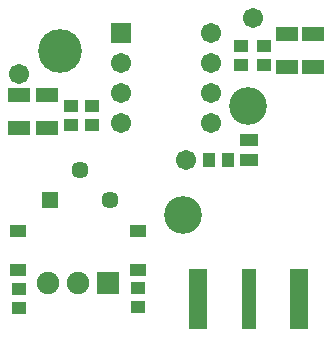
<source format=gbs>
G04*
G04 #@! TF.GenerationSoftware,Altium Limited,Altium Designer,20.1.11 (218)*
G04*
G04 Layer_Color=16711935*
%FSLAX25Y25*%
%MOIN*%
G70*
G04*
G04 #@! TF.SameCoordinates,BE0D8867-63C8-4494-B9D0-45761BAC08B1*
G04*
G04*
G04 #@! TF.FilePolarity,Negative*
G04*
G01*
G75*
%ADD13R,0.06312X0.20485*%
%ADD14C,0.12611*%
%ADD15R,0.07493X0.07493*%
%ADD16C,0.07493*%
%ADD17C,0.14580*%
%ADD18R,0.05721X0.05721*%
%ADD19C,0.05721*%
%ADD20C,0.06706*%
%ADD21R,0.06706X0.06706*%
%ADD38R,0.04343X0.04737*%
%ADD39R,0.05918X0.04147*%
%ADD40R,0.04737X0.20485*%
%ADD41R,0.07493X0.04540*%
%ADD42R,0.04737X0.04343*%
%ADD43R,0.05603X0.04402*%
D13*
X303816Y343740D02*
D03*
X337281D02*
D03*
D14*
X298819Y371654D02*
D03*
X320472Y408268D02*
D03*
D15*
X273740Y349016D02*
D03*
D16*
X263740D02*
D03*
X253740D02*
D03*
D17*
X257835Y426575D02*
D03*
D18*
X254488Y376713D02*
D03*
D19*
X264488Y386713D02*
D03*
X274488Y376713D02*
D03*
D20*
X307874Y402520D02*
D03*
Y412520D02*
D03*
Y422520D02*
D03*
Y432520D02*
D03*
X277874Y402520D02*
D03*
Y412520D02*
D03*
Y422520D02*
D03*
X299606Y390158D02*
D03*
X244094Y418898D02*
D03*
X322047Y437402D02*
D03*
D21*
X277874Y432520D02*
D03*
D38*
X313718Y390179D02*
D03*
X307418D02*
D03*
D39*
X320624D02*
D03*
Y396872D02*
D03*
D40*
X320548Y343740D02*
D03*
D41*
X342137Y432087D02*
D03*
Y421063D02*
D03*
X333459Y432087D02*
D03*
Y421063D02*
D03*
X244094Y411811D02*
D03*
Y400787D02*
D03*
X253470Y411811D02*
D03*
Y400787D02*
D03*
D42*
X325568Y428150D02*
D03*
Y421850D02*
D03*
X318185Y428150D02*
D03*
Y421850D02*
D03*
X261361Y408071D02*
D03*
Y401772D02*
D03*
X268465Y408071D02*
D03*
Y401772D02*
D03*
X283819Y347441D02*
D03*
Y341142D02*
D03*
X244055Y347047D02*
D03*
Y340748D02*
D03*
D43*
X283819Y366486D02*
D03*
Y353592D02*
D03*
X243661Y366486D02*
D03*
Y353592D02*
D03*
M02*

</source>
